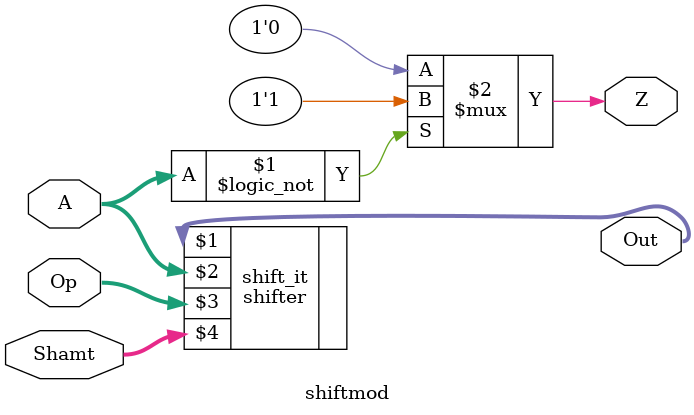
<source format=v>
module shiftmod(Out, Z, A, Op, Shamt);

  input [15:0] A;
  input [1:0] Op;
  input [3:0] Shamt;

  output [15:0] Out;
  output Z;

  shifter shift_it(Out, A, Op, Shamt);
  assign Z = (A == 16'h0000)? 1'b1: 1'b0;

endmodule

</source>
